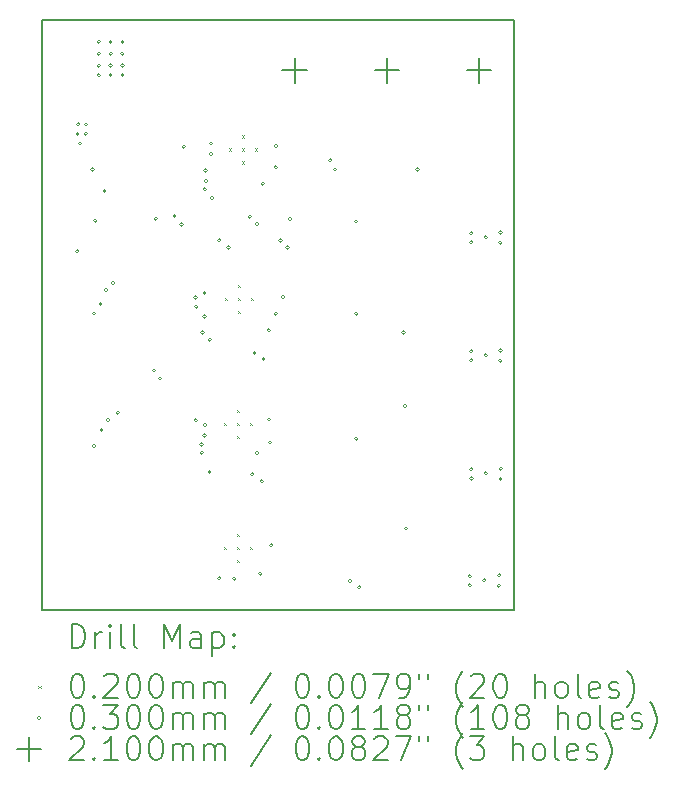
<source format=gbr>
%TF.GenerationSoftware,KiCad,Pcbnew,8.0.6*%
%TF.CreationDate,2024-11-22T22:30:15-05:00*%
%TF.ProjectId,EFUSE2024,45465553-4532-4303-9234-2e6b69636164,rev?*%
%TF.SameCoordinates,Original*%
%TF.FileFunction,Drillmap*%
%TF.FilePolarity,Positive*%
%FSLAX45Y45*%
G04 Gerber Fmt 4.5, Leading zero omitted, Abs format (unit mm)*
G04 Created by KiCad (PCBNEW 8.0.6) date 2024-11-22 22:30:15*
%MOMM*%
%LPD*%
G01*
G04 APERTURE LIST*
%ADD10C,0.200000*%
%ADD11C,0.100000*%
%ADD12C,0.210000*%
G04 APERTURE END LIST*
D10*
X9200000Y-6950000D02*
X13200000Y-6950000D01*
X13200000Y-11950000D01*
X9200000Y-11950000D01*
X9200000Y-6950000D01*
D11*
X10738750Y-10366250D02*
X10758750Y-10386250D01*
X10758750Y-10366250D02*
X10738750Y-10386250D01*
X10738750Y-11415000D02*
X10758750Y-11435000D01*
X10758750Y-11415000D02*
X10738750Y-11435000D01*
X10748750Y-9305000D02*
X10768750Y-9325000D01*
X10768750Y-9305000D02*
X10748750Y-9325000D01*
X10780000Y-8040000D02*
X10800000Y-8060000D01*
X10800000Y-8040000D02*
X10780000Y-8060000D01*
X10848750Y-10256250D02*
X10868750Y-10276250D01*
X10868750Y-10256250D02*
X10848750Y-10276250D01*
X10848750Y-10366250D02*
X10868750Y-10386250D01*
X10868750Y-10366250D02*
X10848750Y-10386250D01*
X10848750Y-10476250D02*
X10868750Y-10496250D01*
X10868750Y-10476250D02*
X10848750Y-10496250D01*
X10848750Y-11305000D02*
X10868750Y-11325000D01*
X10868750Y-11305000D02*
X10848750Y-11325000D01*
X10848750Y-11415000D02*
X10868750Y-11435000D01*
X10868750Y-11415000D02*
X10848750Y-11435000D01*
X10848750Y-11525000D02*
X10868750Y-11545000D01*
X10868750Y-11525000D02*
X10848750Y-11545000D01*
X10858750Y-9195000D02*
X10878750Y-9215000D01*
X10878750Y-9195000D02*
X10858750Y-9215000D01*
X10858750Y-9305000D02*
X10878750Y-9325000D01*
X10878750Y-9305000D02*
X10858750Y-9325000D01*
X10858750Y-9415000D02*
X10878750Y-9435000D01*
X10878750Y-9415000D02*
X10858750Y-9435000D01*
X10890000Y-7930000D02*
X10910000Y-7950000D01*
X10910000Y-7930000D02*
X10890000Y-7950000D01*
X10890000Y-8040000D02*
X10910000Y-8060000D01*
X10910000Y-8040000D02*
X10890000Y-8060000D01*
X10890000Y-8150000D02*
X10910000Y-8170000D01*
X10910000Y-8150000D02*
X10890000Y-8170000D01*
X10958750Y-10366250D02*
X10978750Y-10386250D01*
X10978750Y-10366250D02*
X10958750Y-10386250D01*
X10958750Y-11415000D02*
X10978750Y-11435000D01*
X10978750Y-11415000D02*
X10958750Y-11435000D01*
X10968750Y-9305000D02*
X10988750Y-9325000D01*
X10988750Y-9305000D02*
X10968750Y-9325000D01*
X11000000Y-8040000D02*
X11020000Y-8060000D01*
X11020000Y-8040000D02*
X11000000Y-8060000D01*
X9512500Y-8913484D02*
G75*
G02*
X9482500Y-8913484I-15000J0D01*
G01*
X9482500Y-8913484D02*
G75*
G02*
X9512500Y-8913484I15000J0D01*
G01*
X9515000Y-7920000D02*
G75*
G02*
X9485000Y-7920000I-15000J0D01*
G01*
X9485000Y-7920000D02*
G75*
G02*
X9515000Y-7920000I15000J0D01*
G01*
X9520000Y-7837000D02*
G75*
G02*
X9490000Y-7837000I-15000J0D01*
G01*
X9490000Y-7837000D02*
G75*
G02*
X9520000Y-7837000I15000J0D01*
G01*
X9535000Y-8000000D02*
G75*
G02*
X9505000Y-8000000I-15000J0D01*
G01*
X9505000Y-8000000D02*
G75*
G02*
X9535000Y-8000000I15000J0D01*
G01*
X9585000Y-7917000D02*
G75*
G02*
X9555000Y-7917000I-15000J0D01*
G01*
X9555000Y-7917000D02*
G75*
G02*
X9585000Y-7917000I15000J0D01*
G01*
X9587000Y-7839000D02*
G75*
G02*
X9557000Y-7839000I-15000J0D01*
G01*
X9557000Y-7839000D02*
G75*
G02*
X9587000Y-7839000I15000J0D01*
G01*
X9641750Y-8219750D02*
G75*
G02*
X9611750Y-8219750I-15000J0D01*
G01*
X9611750Y-8219750D02*
G75*
G02*
X9641750Y-8219750I15000J0D01*
G01*
X9655000Y-9440000D02*
G75*
G02*
X9625000Y-9440000I-15000J0D01*
G01*
X9625000Y-9440000D02*
G75*
G02*
X9655000Y-9440000I15000J0D01*
G01*
X9655000Y-10560000D02*
G75*
G02*
X9625000Y-10560000I-15000J0D01*
G01*
X9625000Y-10560000D02*
G75*
G02*
X9655000Y-10560000I15000J0D01*
G01*
X9666000Y-8652900D02*
G75*
G02*
X9636000Y-8652900I-15000J0D01*
G01*
X9636000Y-8652900D02*
G75*
G02*
X9666000Y-8652900I15000J0D01*
G01*
X9695000Y-7140000D02*
G75*
G02*
X9665000Y-7140000I-15000J0D01*
G01*
X9665000Y-7140000D02*
G75*
G02*
X9695000Y-7140000I15000J0D01*
G01*
X9695000Y-7240000D02*
G75*
G02*
X9665000Y-7240000I-15000J0D01*
G01*
X9665000Y-7240000D02*
G75*
G02*
X9695000Y-7240000I15000J0D01*
G01*
X9695000Y-7340000D02*
G75*
G02*
X9665000Y-7340000I-15000J0D01*
G01*
X9665000Y-7340000D02*
G75*
G02*
X9695000Y-7340000I15000J0D01*
G01*
X9695000Y-7420000D02*
G75*
G02*
X9665000Y-7420000I-15000J0D01*
G01*
X9665000Y-7420000D02*
G75*
G02*
X9695000Y-7420000I15000J0D01*
G01*
X9711000Y-9359000D02*
G75*
G02*
X9681000Y-9359000I-15000J0D01*
G01*
X9681000Y-9359000D02*
G75*
G02*
X9711000Y-9359000I15000J0D01*
G01*
X9717500Y-10425817D02*
G75*
G02*
X9687500Y-10425817I-15000J0D01*
G01*
X9687500Y-10425817D02*
G75*
G02*
X9717500Y-10425817I15000J0D01*
G01*
X9743183Y-8402500D02*
G75*
G02*
X9713183Y-8402500I-15000J0D01*
G01*
X9713183Y-8402500D02*
G75*
G02*
X9743183Y-8402500I15000J0D01*
G01*
X9755000Y-9240000D02*
G75*
G02*
X9725000Y-9240000I-15000J0D01*
G01*
X9725000Y-9240000D02*
G75*
G02*
X9755000Y-9240000I15000J0D01*
G01*
X9775000Y-10340000D02*
G75*
G02*
X9745000Y-10340000I-15000J0D01*
G01*
X9745000Y-10340000D02*
G75*
G02*
X9775000Y-10340000I15000J0D01*
G01*
X9795000Y-7140000D02*
G75*
G02*
X9765000Y-7140000I-15000J0D01*
G01*
X9765000Y-7140000D02*
G75*
G02*
X9795000Y-7140000I15000J0D01*
G01*
X9795000Y-7240000D02*
G75*
G02*
X9765000Y-7240000I-15000J0D01*
G01*
X9765000Y-7240000D02*
G75*
G02*
X9795000Y-7240000I15000J0D01*
G01*
X9795000Y-7340000D02*
G75*
G02*
X9765000Y-7340000I-15000J0D01*
G01*
X9765000Y-7340000D02*
G75*
G02*
X9795000Y-7340000I15000J0D01*
G01*
X9795000Y-7420000D02*
G75*
G02*
X9765000Y-7420000I-15000J0D01*
G01*
X9765000Y-7420000D02*
G75*
G02*
X9795000Y-7420000I15000J0D01*
G01*
X9815000Y-9180000D02*
G75*
G02*
X9785000Y-9180000I-15000J0D01*
G01*
X9785000Y-9180000D02*
G75*
G02*
X9815000Y-9180000I15000J0D01*
G01*
X9855000Y-10280000D02*
G75*
G02*
X9825000Y-10280000I-15000J0D01*
G01*
X9825000Y-10280000D02*
G75*
G02*
X9855000Y-10280000I15000J0D01*
G01*
X9895000Y-7140000D02*
G75*
G02*
X9865000Y-7140000I-15000J0D01*
G01*
X9865000Y-7140000D02*
G75*
G02*
X9895000Y-7140000I15000J0D01*
G01*
X9895000Y-7240000D02*
G75*
G02*
X9865000Y-7240000I-15000J0D01*
G01*
X9865000Y-7240000D02*
G75*
G02*
X9895000Y-7240000I15000J0D01*
G01*
X9895000Y-7340000D02*
G75*
G02*
X9865000Y-7340000I-15000J0D01*
G01*
X9865000Y-7340000D02*
G75*
G02*
X9895000Y-7340000I15000J0D01*
G01*
X9895000Y-7420000D02*
G75*
G02*
X9865000Y-7420000I-15000J0D01*
G01*
X9865000Y-7420000D02*
G75*
G02*
X9895000Y-7420000I15000J0D01*
G01*
X10162000Y-9922000D02*
G75*
G02*
X10132000Y-9922000I-15000J0D01*
G01*
X10132000Y-9922000D02*
G75*
G02*
X10162000Y-9922000I15000J0D01*
G01*
X10178000Y-8637000D02*
G75*
G02*
X10148000Y-8637000I-15000J0D01*
G01*
X10148000Y-8637000D02*
G75*
G02*
X10178000Y-8637000I15000J0D01*
G01*
X10214000Y-9991000D02*
G75*
G02*
X10184000Y-9991000I-15000J0D01*
G01*
X10184000Y-9991000D02*
G75*
G02*
X10214000Y-9991000I15000J0D01*
G01*
X10337000Y-8612000D02*
G75*
G02*
X10307000Y-8612000I-15000J0D01*
G01*
X10307000Y-8612000D02*
G75*
G02*
X10337000Y-8612000I15000J0D01*
G01*
X10395000Y-8684000D02*
G75*
G02*
X10365000Y-8684000I-15000J0D01*
G01*
X10365000Y-8684000D02*
G75*
G02*
X10395000Y-8684000I15000J0D01*
G01*
X10415000Y-8027500D02*
G75*
G02*
X10385000Y-8027500I-15000J0D01*
G01*
X10385000Y-8027500D02*
G75*
G02*
X10415000Y-8027500I15000J0D01*
G01*
X10513000Y-9304000D02*
G75*
G02*
X10483000Y-9304000I-15000J0D01*
G01*
X10483000Y-9304000D02*
G75*
G02*
X10513000Y-9304000I15000J0D01*
G01*
X10515000Y-10342500D02*
G75*
G02*
X10485000Y-10342500I-15000J0D01*
G01*
X10485000Y-10342500D02*
G75*
G02*
X10515000Y-10342500I15000J0D01*
G01*
X10521000Y-9382500D02*
G75*
G02*
X10491000Y-9382500I-15000J0D01*
G01*
X10491000Y-9382500D02*
G75*
G02*
X10521000Y-9382500I15000J0D01*
G01*
X10566000Y-10548000D02*
G75*
G02*
X10536000Y-10548000I-15000J0D01*
G01*
X10536000Y-10548000D02*
G75*
G02*
X10566000Y-10548000I15000J0D01*
G01*
X10566456Y-10617999D02*
G75*
G02*
X10536456Y-10617999I-15000J0D01*
G01*
X10536456Y-10617999D02*
G75*
G02*
X10566456Y-10617999I15000J0D01*
G01*
X10575000Y-9600000D02*
G75*
G02*
X10545000Y-9600000I-15000J0D01*
G01*
X10545000Y-9600000D02*
G75*
G02*
X10575000Y-9600000I15000J0D01*
G01*
X10589000Y-10472000D02*
G75*
G02*
X10559000Y-10472000I-15000J0D01*
G01*
X10559000Y-10472000D02*
G75*
G02*
X10589000Y-10472000I15000J0D01*
G01*
X10591000Y-9264000D02*
G75*
G02*
X10561000Y-9264000I-15000J0D01*
G01*
X10561000Y-9264000D02*
G75*
G02*
X10591000Y-9264000I15000J0D01*
G01*
X10591000Y-9464000D02*
G75*
G02*
X10561000Y-9464000I-15000J0D01*
G01*
X10561000Y-9464000D02*
G75*
G02*
X10591000Y-9464000I15000J0D01*
G01*
X10594542Y-8387358D02*
G75*
G02*
X10564542Y-8387358I-15000J0D01*
G01*
X10564542Y-8387358D02*
G75*
G02*
X10594542Y-8387358I15000J0D01*
G01*
X10595000Y-10383000D02*
G75*
G02*
X10565000Y-10383000I-15000J0D01*
G01*
X10565000Y-10383000D02*
G75*
G02*
X10595000Y-10383000I15000J0D01*
G01*
X10599000Y-8227000D02*
G75*
G02*
X10569000Y-8227000I-15000J0D01*
G01*
X10569000Y-8227000D02*
G75*
G02*
X10599000Y-8227000I15000J0D01*
G01*
X10604000Y-8318000D02*
G75*
G02*
X10574000Y-8318000I-15000J0D01*
G01*
X10574000Y-8318000D02*
G75*
G02*
X10604000Y-8318000I15000J0D01*
G01*
X10632500Y-10780000D02*
G75*
G02*
X10602500Y-10780000I-15000J0D01*
G01*
X10602500Y-10780000D02*
G75*
G02*
X10632500Y-10780000I15000J0D01*
G01*
X10635000Y-9660000D02*
G75*
G02*
X10605000Y-9660000I-15000J0D01*
G01*
X10605000Y-9660000D02*
G75*
G02*
X10635000Y-9660000I15000J0D01*
G01*
X10646229Y-8087256D02*
G75*
G02*
X10616229Y-8087256I-15000J0D01*
G01*
X10616229Y-8087256D02*
G75*
G02*
X10646229Y-8087256I15000J0D01*
G01*
X10647000Y-8000000D02*
G75*
G02*
X10617000Y-8000000I-15000J0D01*
G01*
X10617000Y-8000000D02*
G75*
G02*
X10647000Y-8000000I15000J0D01*
G01*
X10655000Y-8460000D02*
G75*
G02*
X10625000Y-8460000I-15000J0D01*
G01*
X10625000Y-8460000D02*
G75*
G02*
X10655000Y-8460000I15000J0D01*
G01*
X10715000Y-8820000D02*
G75*
G02*
X10685000Y-8820000I-15000J0D01*
G01*
X10685000Y-8820000D02*
G75*
G02*
X10715000Y-8820000I15000J0D01*
G01*
X10715000Y-11680000D02*
G75*
G02*
X10685000Y-11680000I-15000J0D01*
G01*
X10685000Y-11680000D02*
G75*
G02*
X10715000Y-11680000I15000J0D01*
G01*
X10795000Y-8880000D02*
G75*
G02*
X10765000Y-8880000I-15000J0D01*
G01*
X10765000Y-8880000D02*
G75*
G02*
X10795000Y-8880000I15000J0D01*
G01*
X10842000Y-11686000D02*
G75*
G02*
X10812000Y-11686000I-15000J0D01*
G01*
X10812000Y-11686000D02*
G75*
G02*
X10842000Y-11686000I15000J0D01*
G01*
X10975000Y-8620000D02*
G75*
G02*
X10945000Y-8620000I-15000J0D01*
G01*
X10945000Y-8620000D02*
G75*
G02*
X10975000Y-8620000I15000J0D01*
G01*
X10995000Y-10800000D02*
G75*
G02*
X10965000Y-10800000I-15000J0D01*
G01*
X10965000Y-10800000D02*
G75*
G02*
X10995000Y-10800000I15000J0D01*
G01*
X11014000Y-9774000D02*
G75*
G02*
X10984000Y-9774000I-15000J0D01*
G01*
X10984000Y-9774000D02*
G75*
G02*
X11014000Y-9774000I15000J0D01*
G01*
X11035000Y-8680000D02*
G75*
G02*
X11005000Y-8680000I-15000J0D01*
G01*
X11005000Y-8680000D02*
G75*
G02*
X11035000Y-8680000I15000J0D01*
G01*
X11035000Y-10620000D02*
G75*
G02*
X11005000Y-10620000I-15000J0D01*
G01*
X11005000Y-10620000D02*
G75*
G02*
X11035000Y-10620000I15000J0D01*
G01*
X11062000Y-11642000D02*
G75*
G02*
X11032000Y-11642000I-15000J0D01*
G01*
X11032000Y-11642000D02*
G75*
G02*
X11062000Y-11642000I15000J0D01*
G01*
X11075000Y-10860000D02*
G75*
G02*
X11045000Y-10860000I-15000J0D01*
G01*
X11045000Y-10860000D02*
G75*
G02*
X11075000Y-10860000I15000J0D01*
G01*
X11082500Y-8340000D02*
G75*
G02*
X11052500Y-8340000I-15000J0D01*
G01*
X11052500Y-8340000D02*
G75*
G02*
X11082500Y-8340000I15000J0D01*
G01*
X11091000Y-9824000D02*
G75*
G02*
X11061000Y-9824000I-15000J0D01*
G01*
X11061000Y-9824000D02*
G75*
G02*
X11091000Y-9824000I15000J0D01*
G01*
X11135000Y-9580000D02*
G75*
G02*
X11105000Y-9580000I-15000J0D01*
G01*
X11105000Y-9580000D02*
G75*
G02*
X11135000Y-9580000I15000J0D01*
G01*
X11136000Y-10337000D02*
G75*
G02*
X11106000Y-10337000I-15000J0D01*
G01*
X11106000Y-10337000D02*
G75*
G02*
X11136000Y-10337000I15000J0D01*
G01*
X11145000Y-10532000D02*
G75*
G02*
X11115000Y-10532000I-15000J0D01*
G01*
X11115000Y-10532000D02*
G75*
G02*
X11145000Y-10532000I15000J0D01*
G01*
X11155000Y-11400000D02*
G75*
G02*
X11125000Y-11400000I-15000J0D01*
G01*
X11125000Y-11400000D02*
G75*
G02*
X11155000Y-11400000I15000J0D01*
G01*
X11195000Y-8020000D02*
G75*
G02*
X11165000Y-8020000I-15000J0D01*
G01*
X11165000Y-8020000D02*
G75*
G02*
X11195000Y-8020000I15000J0D01*
G01*
X11195000Y-8200000D02*
G75*
G02*
X11165000Y-8200000I-15000J0D01*
G01*
X11165000Y-8200000D02*
G75*
G02*
X11195000Y-8200000I15000J0D01*
G01*
X11195000Y-9440000D02*
G75*
G02*
X11165000Y-9440000I-15000J0D01*
G01*
X11165000Y-9440000D02*
G75*
G02*
X11195000Y-9440000I15000J0D01*
G01*
X11235000Y-8820000D02*
G75*
G02*
X11205000Y-8820000I-15000J0D01*
G01*
X11205000Y-8820000D02*
G75*
G02*
X11235000Y-8820000I15000J0D01*
G01*
X11255000Y-9300000D02*
G75*
G02*
X11225000Y-9300000I-15000J0D01*
G01*
X11225000Y-9300000D02*
G75*
G02*
X11255000Y-9300000I15000J0D01*
G01*
X11295000Y-8880000D02*
G75*
G02*
X11265000Y-8880000I-15000J0D01*
G01*
X11265000Y-8880000D02*
G75*
G02*
X11295000Y-8880000I15000J0D01*
G01*
X11315000Y-8640000D02*
G75*
G02*
X11285000Y-8640000I-15000J0D01*
G01*
X11285000Y-8640000D02*
G75*
G02*
X11315000Y-8640000I15000J0D01*
G01*
X11655000Y-8140000D02*
G75*
G02*
X11625000Y-8140000I-15000J0D01*
G01*
X11625000Y-8140000D02*
G75*
G02*
X11655000Y-8140000I15000J0D01*
G01*
X11695000Y-8220000D02*
G75*
G02*
X11665000Y-8220000I-15000J0D01*
G01*
X11665000Y-8220000D02*
G75*
G02*
X11695000Y-8220000I15000J0D01*
G01*
X11822000Y-11703000D02*
G75*
G02*
X11792000Y-11703000I-15000J0D01*
G01*
X11792000Y-11703000D02*
G75*
G02*
X11822000Y-11703000I15000J0D01*
G01*
X11875000Y-8660000D02*
G75*
G02*
X11845000Y-8660000I-15000J0D01*
G01*
X11845000Y-8660000D02*
G75*
G02*
X11875000Y-8660000I15000J0D01*
G01*
X11875000Y-9440000D02*
G75*
G02*
X11845000Y-9440000I-15000J0D01*
G01*
X11845000Y-9440000D02*
G75*
G02*
X11875000Y-9440000I15000J0D01*
G01*
X11875000Y-10499000D02*
G75*
G02*
X11845000Y-10499000I-15000J0D01*
G01*
X11845000Y-10499000D02*
G75*
G02*
X11875000Y-10499000I15000J0D01*
G01*
X11900000Y-11756000D02*
G75*
G02*
X11870000Y-11756000I-15000J0D01*
G01*
X11870000Y-11756000D02*
G75*
G02*
X11900000Y-11756000I15000J0D01*
G01*
X12275000Y-9600000D02*
G75*
G02*
X12245000Y-9600000I-15000J0D01*
G01*
X12245000Y-9600000D02*
G75*
G02*
X12275000Y-9600000I15000J0D01*
G01*
X12288000Y-10223000D02*
G75*
G02*
X12258000Y-10223000I-15000J0D01*
G01*
X12258000Y-10223000D02*
G75*
G02*
X12288000Y-10223000I15000J0D01*
G01*
X12295000Y-11259000D02*
G75*
G02*
X12265000Y-11259000I-15000J0D01*
G01*
X12265000Y-11259000D02*
G75*
G02*
X12295000Y-11259000I15000J0D01*
G01*
X12395000Y-8220000D02*
G75*
G02*
X12365000Y-8220000I-15000J0D01*
G01*
X12365000Y-8220000D02*
G75*
G02*
X12395000Y-8220000I15000J0D01*
G01*
X12836000Y-11662000D02*
G75*
G02*
X12806000Y-11662000I-15000J0D01*
G01*
X12806000Y-11662000D02*
G75*
G02*
X12836000Y-11662000I15000J0D01*
G01*
X12836000Y-11739000D02*
G75*
G02*
X12806000Y-11739000I-15000J0D01*
G01*
X12806000Y-11739000D02*
G75*
G02*
X12836000Y-11739000I15000J0D01*
G01*
X12849000Y-8759000D02*
G75*
G02*
X12819000Y-8759000I-15000J0D01*
G01*
X12819000Y-8759000D02*
G75*
G02*
X12849000Y-8759000I15000J0D01*
G01*
X12849000Y-8836000D02*
G75*
G02*
X12819000Y-8836000I-15000J0D01*
G01*
X12819000Y-8836000D02*
G75*
G02*
X12849000Y-8836000I15000J0D01*
G01*
X12849000Y-9759000D02*
G75*
G02*
X12819000Y-9759000I-15000J0D01*
G01*
X12819000Y-9759000D02*
G75*
G02*
X12849000Y-9759000I15000J0D01*
G01*
X12849000Y-9836000D02*
G75*
G02*
X12819000Y-9836000I-15000J0D01*
G01*
X12819000Y-9836000D02*
G75*
G02*
X12849000Y-9836000I15000J0D01*
G01*
X12849000Y-10759000D02*
G75*
G02*
X12819000Y-10759000I-15000J0D01*
G01*
X12819000Y-10759000D02*
G75*
G02*
X12849000Y-10759000I15000J0D01*
G01*
X12849000Y-10836000D02*
G75*
G02*
X12819000Y-10836000I-15000J0D01*
G01*
X12819000Y-10836000D02*
G75*
G02*
X12849000Y-10836000I15000J0D01*
G01*
X12959000Y-11696000D02*
G75*
G02*
X12929000Y-11696000I-15000J0D01*
G01*
X12929000Y-11696000D02*
G75*
G02*
X12959000Y-11696000I15000J0D01*
G01*
X12972000Y-8793000D02*
G75*
G02*
X12942000Y-8793000I-15000J0D01*
G01*
X12942000Y-8793000D02*
G75*
G02*
X12972000Y-8793000I15000J0D01*
G01*
X12972000Y-9793000D02*
G75*
G02*
X12942000Y-9793000I-15000J0D01*
G01*
X12942000Y-9793000D02*
G75*
G02*
X12972000Y-9793000I15000J0D01*
G01*
X12972000Y-10793000D02*
G75*
G02*
X12942000Y-10793000I-15000J0D01*
G01*
X12942000Y-10793000D02*
G75*
G02*
X12972000Y-10793000I15000J0D01*
G01*
X13082000Y-11743000D02*
G75*
G02*
X13052000Y-11743000I-15000J0D01*
G01*
X13052000Y-11743000D02*
G75*
G02*
X13082000Y-11743000I15000J0D01*
G01*
X13085000Y-11656000D02*
G75*
G02*
X13055000Y-11656000I-15000J0D01*
G01*
X13055000Y-11656000D02*
G75*
G02*
X13085000Y-11656000I15000J0D01*
G01*
X13095000Y-8840000D02*
G75*
G02*
X13065000Y-8840000I-15000J0D01*
G01*
X13065000Y-8840000D02*
G75*
G02*
X13095000Y-8840000I15000J0D01*
G01*
X13095000Y-9840000D02*
G75*
G02*
X13065000Y-9840000I-15000J0D01*
G01*
X13065000Y-9840000D02*
G75*
G02*
X13095000Y-9840000I15000J0D01*
G01*
X13095000Y-10840000D02*
G75*
G02*
X13065000Y-10840000I-15000J0D01*
G01*
X13065000Y-10840000D02*
G75*
G02*
X13095000Y-10840000I15000J0D01*
G01*
X13098000Y-8753000D02*
G75*
G02*
X13068000Y-8753000I-15000J0D01*
G01*
X13068000Y-8753000D02*
G75*
G02*
X13098000Y-8753000I15000J0D01*
G01*
X13098000Y-9753000D02*
G75*
G02*
X13068000Y-9753000I-15000J0D01*
G01*
X13068000Y-9753000D02*
G75*
G02*
X13098000Y-9753000I15000J0D01*
G01*
X13098000Y-10753000D02*
G75*
G02*
X13068000Y-10753000I-15000J0D01*
G01*
X13068000Y-10753000D02*
G75*
G02*
X13098000Y-10753000I15000J0D01*
G01*
D12*
X11340000Y-7275000D02*
X11340000Y-7485000D01*
X11235000Y-7380000D02*
X11445000Y-7380000D01*
X12120000Y-7275000D02*
X12120000Y-7485000D01*
X12015000Y-7380000D02*
X12225000Y-7380000D01*
X12900000Y-7275000D02*
X12900000Y-7485000D01*
X12795000Y-7380000D02*
X13005000Y-7380000D01*
D10*
X9450777Y-12271484D02*
X9450777Y-12071484D01*
X9450777Y-12071484D02*
X9498396Y-12071484D01*
X9498396Y-12071484D02*
X9526967Y-12081008D01*
X9526967Y-12081008D02*
X9546015Y-12100055D01*
X9546015Y-12100055D02*
X9555539Y-12119103D01*
X9555539Y-12119103D02*
X9565063Y-12157198D01*
X9565063Y-12157198D02*
X9565063Y-12185769D01*
X9565063Y-12185769D02*
X9555539Y-12223865D01*
X9555539Y-12223865D02*
X9546015Y-12242912D01*
X9546015Y-12242912D02*
X9526967Y-12261960D01*
X9526967Y-12261960D02*
X9498396Y-12271484D01*
X9498396Y-12271484D02*
X9450777Y-12271484D01*
X9650777Y-12271484D02*
X9650777Y-12138150D01*
X9650777Y-12176246D02*
X9660301Y-12157198D01*
X9660301Y-12157198D02*
X9669824Y-12147674D01*
X9669824Y-12147674D02*
X9688872Y-12138150D01*
X9688872Y-12138150D02*
X9707920Y-12138150D01*
X9774586Y-12271484D02*
X9774586Y-12138150D01*
X9774586Y-12071484D02*
X9765063Y-12081008D01*
X9765063Y-12081008D02*
X9774586Y-12090531D01*
X9774586Y-12090531D02*
X9784110Y-12081008D01*
X9784110Y-12081008D02*
X9774586Y-12071484D01*
X9774586Y-12071484D02*
X9774586Y-12090531D01*
X9898396Y-12271484D02*
X9879348Y-12261960D01*
X9879348Y-12261960D02*
X9869824Y-12242912D01*
X9869824Y-12242912D02*
X9869824Y-12071484D01*
X10003158Y-12271484D02*
X9984110Y-12261960D01*
X9984110Y-12261960D02*
X9974586Y-12242912D01*
X9974586Y-12242912D02*
X9974586Y-12071484D01*
X10231729Y-12271484D02*
X10231729Y-12071484D01*
X10231729Y-12071484D02*
X10298396Y-12214341D01*
X10298396Y-12214341D02*
X10365063Y-12071484D01*
X10365063Y-12071484D02*
X10365063Y-12271484D01*
X10546015Y-12271484D02*
X10546015Y-12166722D01*
X10546015Y-12166722D02*
X10536491Y-12147674D01*
X10536491Y-12147674D02*
X10517444Y-12138150D01*
X10517444Y-12138150D02*
X10479348Y-12138150D01*
X10479348Y-12138150D02*
X10460301Y-12147674D01*
X10546015Y-12261960D02*
X10526967Y-12271484D01*
X10526967Y-12271484D02*
X10479348Y-12271484D01*
X10479348Y-12271484D02*
X10460301Y-12261960D01*
X10460301Y-12261960D02*
X10450777Y-12242912D01*
X10450777Y-12242912D02*
X10450777Y-12223865D01*
X10450777Y-12223865D02*
X10460301Y-12204817D01*
X10460301Y-12204817D02*
X10479348Y-12195293D01*
X10479348Y-12195293D02*
X10526967Y-12195293D01*
X10526967Y-12195293D02*
X10546015Y-12185769D01*
X10641253Y-12138150D02*
X10641253Y-12338150D01*
X10641253Y-12147674D02*
X10660301Y-12138150D01*
X10660301Y-12138150D02*
X10698396Y-12138150D01*
X10698396Y-12138150D02*
X10717444Y-12147674D01*
X10717444Y-12147674D02*
X10726967Y-12157198D01*
X10726967Y-12157198D02*
X10736491Y-12176246D01*
X10736491Y-12176246D02*
X10736491Y-12233388D01*
X10736491Y-12233388D02*
X10726967Y-12252436D01*
X10726967Y-12252436D02*
X10717444Y-12261960D01*
X10717444Y-12261960D02*
X10698396Y-12271484D01*
X10698396Y-12271484D02*
X10660301Y-12271484D01*
X10660301Y-12271484D02*
X10641253Y-12261960D01*
X10822205Y-12252436D02*
X10831729Y-12261960D01*
X10831729Y-12261960D02*
X10822205Y-12271484D01*
X10822205Y-12271484D02*
X10812682Y-12261960D01*
X10812682Y-12261960D02*
X10822205Y-12252436D01*
X10822205Y-12252436D02*
X10822205Y-12271484D01*
X10822205Y-12147674D02*
X10831729Y-12157198D01*
X10831729Y-12157198D02*
X10822205Y-12166722D01*
X10822205Y-12166722D02*
X10812682Y-12157198D01*
X10812682Y-12157198D02*
X10822205Y-12147674D01*
X10822205Y-12147674D02*
X10822205Y-12166722D01*
D11*
X9170000Y-12590000D02*
X9190000Y-12610000D01*
X9190000Y-12590000D02*
X9170000Y-12610000D01*
D10*
X9488872Y-12491484D02*
X9507920Y-12491484D01*
X9507920Y-12491484D02*
X9526967Y-12501008D01*
X9526967Y-12501008D02*
X9536491Y-12510531D01*
X9536491Y-12510531D02*
X9546015Y-12529579D01*
X9546015Y-12529579D02*
X9555539Y-12567674D01*
X9555539Y-12567674D02*
X9555539Y-12615293D01*
X9555539Y-12615293D02*
X9546015Y-12653388D01*
X9546015Y-12653388D02*
X9536491Y-12672436D01*
X9536491Y-12672436D02*
X9526967Y-12681960D01*
X9526967Y-12681960D02*
X9507920Y-12691484D01*
X9507920Y-12691484D02*
X9488872Y-12691484D01*
X9488872Y-12691484D02*
X9469824Y-12681960D01*
X9469824Y-12681960D02*
X9460301Y-12672436D01*
X9460301Y-12672436D02*
X9450777Y-12653388D01*
X9450777Y-12653388D02*
X9441253Y-12615293D01*
X9441253Y-12615293D02*
X9441253Y-12567674D01*
X9441253Y-12567674D02*
X9450777Y-12529579D01*
X9450777Y-12529579D02*
X9460301Y-12510531D01*
X9460301Y-12510531D02*
X9469824Y-12501008D01*
X9469824Y-12501008D02*
X9488872Y-12491484D01*
X9641253Y-12672436D02*
X9650777Y-12681960D01*
X9650777Y-12681960D02*
X9641253Y-12691484D01*
X9641253Y-12691484D02*
X9631729Y-12681960D01*
X9631729Y-12681960D02*
X9641253Y-12672436D01*
X9641253Y-12672436D02*
X9641253Y-12691484D01*
X9726967Y-12510531D02*
X9736491Y-12501008D01*
X9736491Y-12501008D02*
X9755539Y-12491484D01*
X9755539Y-12491484D02*
X9803158Y-12491484D01*
X9803158Y-12491484D02*
X9822205Y-12501008D01*
X9822205Y-12501008D02*
X9831729Y-12510531D01*
X9831729Y-12510531D02*
X9841253Y-12529579D01*
X9841253Y-12529579D02*
X9841253Y-12548627D01*
X9841253Y-12548627D02*
X9831729Y-12577198D01*
X9831729Y-12577198D02*
X9717444Y-12691484D01*
X9717444Y-12691484D02*
X9841253Y-12691484D01*
X9965063Y-12491484D02*
X9984110Y-12491484D01*
X9984110Y-12491484D02*
X10003158Y-12501008D01*
X10003158Y-12501008D02*
X10012682Y-12510531D01*
X10012682Y-12510531D02*
X10022205Y-12529579D01*
X10022205Y-12529579D02*
X10031729Y-12567674D01*
X10031729Y-12567674D02*
X10031729Y-12615293D01*
X10031729Y-12615293D02*
X10022205Y-12653388D01*
X10022205Y-12653388D02*
X10012682Y-12672436D01*
X10012682Y-12672436D02*
X10003158Y-12681960D01*
X10003158Y-12681960D02*
X9984110Y-12691484D01*
X9984110Y-12691484D02*
X9965063Y-12691484D01*
X9965063Y-12691484D02*
X9946015Y-12681960D01*
X9946015Y-12681960D02*
X9936491Y-12672436D01*
X9936491Y-12672436D02*
X9926967Y-12653388D01*
X9926967Y-12653388D02*
X9917444Y-12615293D01*
X9917444Y-12615293D02*
X9917444Y-12567674D01*
X9917444Y-12567674D02*
X9926967Y-12529579D01*
X9926967Y-12529579D02*
X9936491Y-12510531D01*
X9936491Y-12510531D02*
X9946015Y-12501008D01*
X9946015Y-12501008D02*
X9965063Y-12491484D01*
X10155539Y-12491484D02*
X10174586Y-12491484D01*
X10174586Y-12491484D02*
X10193634Y-12501008D01*
X10193634Y-12501008D02*
X10203158Y-12510531D01*
X10203158Y-12510531D02*
X10212682Y-12529579D01*
X10212682Y-12529579D02*
X10222205Y-12567674D01*
X10222205Y-12567674D02*
X10222205Y-12615293D01*
X10222205Y-12615293D02*
X10212682Y-12653388D01*
X10212682Y-12653388D02*
X10203158Y-12672436D01*
X10203158Y-12672436D02*
X10193634Y-12681960D01*
X10193634Y-12681960D02*
X10174586Y-12691484D01*
X10174586Y-12691484D02*
X10155539Y-12691484D01*
X10155539Y-12691484D02*
X10136491Y-12681960D01*
X10136491Y-12681960D02*
X10126967Y-12672436D01*
X10126967Y-12672436D02*
X10117444Y-12653388D01*
X10117444Y-12653388D02*
X10107920Y-12615293D01*
X10107920Y-12615293D02*
X10107920Y-12567674D01*
X10107920Y-12567674D02*
X10117444Y-12529579D01*
X10117444Y-12529579D02*
X10126967Y-12510531D01*
X10126967Y-12510531D02*
X10136491Y-12501008D01*
X10136491Y-12501008D02*
X10155539Y-12491484D01*
X10307920Y-12691484D02*
X10307920Y-12558150D01*
X10307920Y-12577198D02*
X10317444Y-12567674D01*
X10317444Y-12567674D02*
X10336491Y-12558150D01*
X10336491Y-12558150D02*
X10365063Y-12558150D01*
X10365063Y-12558150D02*
X10384110Y-12567674D01*
X10384110Y-12567674D02*
X10393634Y-12586722D01*
X10393634Y-12586722D02*
X10393634Y-12691484D01*
X10393634Y-12586722D02*
X10403158Y-12567674D01*
X10403158Y-12567674D02*
X10422205Y-12558150D01*
X10422205Y-12558150D02*
X10450777Y-12558150D01*
X10450777Y-12558150D02*
X10469825Y-12567674D01*
X10469825Y-12567674D02*
X10479348Y-12586722D01*
X10479348Y-12586722D02*
X10479348Y-12691484D01*
X10574586Y-12691484D02*
X10574586Y-12558150D01*
X10574586Y-12577198D02*
X10584110Y-12567674D01*
X10584110Y-12567674D02*
X10603158Y-12558150D01*
X10603158Y-12558150D02*
X10631729Y-12558150D01*
X10631729Y-12558150D02*
X10650777Y-12567674D01*
X10650777Y-12567674D02*
X10660301Y-12586722D01*
X10660301Y-12586722D02*
X10660301Y-12691484D01*
X10660301Y-12586722D02*
X10669825Y-12567674D01*
X10669825Y-12567674D02*
X10688872Y-12558150D01*
X10688872Y-12558150D02*
X10717444Y-12558150D01*
X10717444Y-12558150D02*
X10736491Y-12567674D01*
X10736491Y-12567674D02*
X10746015Y-12586722D01*
X10746015Y-12586722D02*
X10746015Y-12691484D01*
X11136491Y-12481960D02*
X10965063Y-12739103D01*
X11393634Y-12491484D02*
X11412682Y-12491484D01*
X11412682Y-12491484D02*
X11431729Y-12501008D01*
X11431729Y-12501008D02*
X11441253Y-12510531D01*
X11441253Y-12510531D02*
X11450777Y-12529579D01*
X11450777Y-12529579D02*
X11460301Y-12567674D01*
X11460301Y-12567674D02*
X11460301Y-12615293D01*
X11460301Y-12615293D02*
X11450777Y-12653388D01*
X11450777Y-12653388D02*
X11441253Y-12672436D01*
X11441253Y-12672436D02*
X11431729Y-12681960D01*
X11431729Y-12681960D02*
X11412682Y-12691484D01*
X11412682Y-12691484D02*
X11393634Y-12691484D01*
X11393634Y-12691484D02*
X11374586Y-12681960D01*
X11374586Y-12681960D02*
X11365063Y-12672436D01*
X11365063Y-12672436D02*
X11355539Y-12653388D01*
X11355539Y-12653388D02*
X11346015Y-12615293D01*
X11346015Y-12615293D02*
X11346015Y-12567674D01*
X11346015Y-12567674D02*
X11355539Y-12529579D01*
X11355539Y-12529579D02*
X11365063Y-12510531D01*
X11365063Y-12510531D02*
X11374586Y-12501008D01*
X11374586Y-12501008D02*
X11393634Y-12491484D01*
X11546015Y-12672436D02*
X11555539Y-12681960D01*
X11555539Y-12681960D02*
X11546015Y-12691484D01*
X11546015Y-12691484D02*
X11536491Y-12681960D01*
X11536491Y-12681960D02*
X11546015Y-12672436D01*
X11546015Y-12672436D02*
X11546015Y-12691484D01*
X11679348Y-12491484D02*
X11698396Y-12491484D01*
X11698396Y-12491484D02*
X11717444Y-12501008D01*
X11717444Y-12501008D02*
X11726967Y-12510531D01*
X11726967Y-12510531D02*
X11736491Y-12529579D01*
X11736491Y-12529579D02*
X11746015Y-12567674D01*
X11746015Y-12567674D02*
X11746015Y-12615293D01*
X11746015Y-12615293D02*
X11736491Y-12653388D01*
X11736491Y-12653388D02*
X11726967Y-12672436D01*
X11726967Y-12672436D02*
X11717444Y-12681960D01*
X11717444Y-12681960D02*
X11698396Y-12691484D01*
X11698396Y-12691484D02*
X11679348Y-12691484D01*
X11679348Y-12691484D02*
X11660301Y-12681960D01*
X11660301Y-12681960D02*
X11650777Y-12672436D01*
X11650777Y-12672436D02*
X11641253Y-12653388D01*
X11641253Y-12653388D02*
X11631729Y-12615293D01*
X11631729Y-12615293D02*
X11631729Y-12567674D01*
X11631729Y-12567674D02*
X11641253Y-12529579D01*
X11641253Y-12529579D02*
X11650777Y-12510531D01*
X11650777Y-12510531D02*
X11660301Y-12501008D01*
X11660301Y-12501008D02*
X11679348Y-12491484D01*
X11869825Y-12491484D02*
X11888872Y-12491484D01*
X11888872Y-12491484D02*
X11907920Y-12501008D01*
X11907920Y-12501008D02*
X11917444Y-12510531D01*
X11917444Y-12510531D02*
X11926967Y-12529579D01*
X11926967Y-12529579D02*
X11936491Y-12567674D01*
X11936491Y-12567674D02*
X11936491Y-12615293D01*
X11936491Y-12615293D02*
X11926967Y-12653388D01*
X11926967Y-12653388D02*
X11917444Y-12672436D01*
X11917444Y-12672436D02*
X11907920Y-12681960D01*
X11907920Y-12681960D02*
X11888872Y-12691484D01*
X11888872Y-12691484D02*
X11869825Y-12691484D01*
X11869825Y-12691484D02*
X11850777Y-12681960D01*
X11850777Y-12681960D02*
X11841253Y-12672436D01*
X11841253Y-12672436D02*
X11831729Y-12653388D01*
X11831729Y-12653388D02*
X11822206Y-12615293D01*
X11822206Y-12615293D02*
X11822206Y-12567674D01*
X11822206Y-12567674D02*
X11831729Y-12529579D01*
X11831729Y-12529579D02*
X11841253Y-12510531D01*
X11841253Y-12510531D02*
X11850777Y-12501008D01*
X11850777Y-12501008D02*
X11869825Y-12491484D01*
X12003158Y-12491484D02*
X12136491Y-12491484D01*
X12136491Y-12491484D02*
X12050777Y-12691484D01*
X12222206Y-12691484D02*
X12260301Y-12691484D01*
X12260301Y-12691484D02*
X12279348Y-12681960D01*
X12279348Y-12681960D02*
X12288872Y-12672436D01*
X12288872Y-12672436D02*
X12307920Y-12643865D01*
X12307920Y-12643865D02*
X12317444Y-12605769D01*
X12317444Y-12605769D02*
X12317444Y-12529579D01*
X12317444Y-12529579D02*
X12307920Y-12510531D01*
X12307920Y-12510531D02*
X12298396Y-12501008D01*
X12298396Y-12501008D02*
X12279348Y-12491484D01*
X12279348Y-12491484D02*
X12241253Y-12491484D01*
X12241253Y-12491484D02*
X12222206Y-12501008D01*
X12222206Y-12501008D02*
X12212682Y-12510531D01*
X12212682Y-12510531D02*
X12203158Y-12529579D01*
X12203158Y-12529579D02*
X12203158Y-12577198D01*
X12203158Y-12577198D02*
X12212682Y-12596246D01*
X12212682Y-12596246D02*
X12222206Y-12605769D01*
X12222206Y-12605769D02*
X12241253Y-12615293D01*
X12241253Y-12615293D02*
X12279348Y-12615293D01*
X12279348Y-12615293D02*
X12298396Y-12605769D01*
X12298396Y-12605769D02*
X12307920Y-12596246D01*
X12307920Y-12596246D02*
X12317444Y-12577198D01*
X12393634Y-12491484D02*
X12393634Y-12529579D01*
X12469825Y-12491484D02*
X12469825Y-12529579D01*
X12765063Y-12767674D02*
X12755539Y-12758150D01*
X12755539Y-12758150D02*
X12736491Y-12729579D01*
X12736491Y-12729579D02*
X12726968Y-12710531D01*
X12726968Y-12710531D02*
X12717444Y-12681960D01*
X12717444Y-12681960D02*
X12707920Y-12634341D01*
X12707920Y-12634341D02*
X12707920Y-12596246D01*
X12707920Y-12596246D02*
X12717444Y-12548627D01*
X12717444Y-12548627D02*
X12726968Y-12520055D01*
X12726968Y-12520055D02*
X12736491Y-12501008D01*
X12736491Y-12501008D02*
X12755539Y-12472436D01*
X12755539Y-12472436D02*
X12765063Y-12462912D01*
X12831729Y-12510531D02*
X12841253Y-12501008D01*
X12841253Y-12501008D02*
X12860301Y-12491484D01*
X12860301Y-12491484D02*
X12907920Y-12491484D01*
X12907920Y-12491484D02*
X12926968Y-12501008D01*
X12926968Y-12501008D02*
X12936491Y-12510531D01*
X12936491Y-12510531D02*
X12946015Y-12529579D01*
X12946015Y-12529579D02*
X12946015Y-12548627D01*
X12946015Y-12548627D02*
X12936491Y-12577198D01*
X12936491Y-12577198D02*
X12822206Y-12691484D01*
X12822206Y-12691484D02*
X12946015Y-12691484D01*
X13069825Y-12491484D02*
X13088872Y-12491484D01*
X13088872Y-12491484D02*
X13107920Y-12501008D01*
X13107920Y-12501008D02*
X13117444Y-12510531D01*
X13117444Y-12510531D02*
X13126968Y-12529579D01*
X13126968Y-12529579D02*
X13136491Y-12567674D01*
X13136491Y-12567674D02*
X13136491Y-12615293D01*
X13136491Y-12615293D02*
X13126968Y-12653388D01*
X13126968Y-12653388D02*
X13117444Y-12672436D01*
X13117444Y-12672436D02*
X13107920Y-12681960D01*
X13107920Y-12681960D02*
X13088872Y-12691484D01*
X13088872Y-12691484D02*
X13069825Y-12691484D01*
X13069825Y-12691484D02*
X13050777Y-12681960D01*
X13050777Y-12681960D02*
X13041253Y-12672436D01*
X13041253Y-12672436D02*
X13031729Y-12653388D01*
X13031729Y-12653388D02*
X13022206Y-12615293D01*
X13022206Y-12615293D02*
X13022206Y-12567674D01*
X13022206Y-12567674D02*
X13031729Y-12529579D01*
X13031729Y-12529579D02*
X13041253Y-12510531D01*
X13041253Y-12510531D02*
X13050777Y-12501008D01*
X13050777Y-12501008D02*
X13069825Y-12491484D01*
X13374587Y-12691484D02*
X13374587Y-12491484D01*
X13460301Y-12691484D02*
X13460301Y-12586722D01*
X13460301Y-12586722D02*
X13450777Y-12567674D01*
X13450777Y-12567674D02*
X13431730Y-12558150D01*
X13431730Y-12558150D02*
X13403158Y-12558150D01*
X13403158Y-12558150D02*
X13384110Y-12567674D01*
X13384110Y-12567674D02*
X13374587Y-12577198D01*
X13584110Y-12691484D02*
X13565063Y-12681960D01*
X13565063Y-12681960D02*
X13555539Y-12672436D01*
X13555539Y-12672436D02*
X13546015Y-12653388D01*
X13546015Y-12653388D02*
X13546015Y-12596246D01*
X13546015Y-12596246D02*
X13555539Y-12577198D01*
X13555539Y-12577198D02*
X13565063Y-12567674D01*
X13565063Y-12567674D02*
X13584110Y-12558150D01*
X13584110Y-12558150D02*
X13612682Y-12558150D01*
X13612682Y-12558150D02*
X13631730Y-12567674D01*
X13631730Y-12567674D02*
X13641253Y-12577198D01*
X13641253Y-12577198D02*
X13650777Y-12596246D01*
X13650777Y-12596246D02*
X13650777Y-12653388D01*
X13650777Y-12653388D02*
X13641253Y-12672436D01*
X13641253Y-12672436D02*
X13631730Y-12681960D01*
X13631730Y-12681960D02*
X13612682Y-12691484D01*
X13612682Y-12691484D02*
X13584110Y-12691484D01*
X13765063Y-12691484D02*
X13746015Y-12681960D01*
X13746015Y-12681960D02*
X13736491Y-12662912D01*
X13736491Y-12662912D02*
X13736491Y-12491484D01*
X13917444Y-12681960D02*
X13898396Y-12691484D01*
X13898396Y-12691484D02*
X13860301Y-12691484D01*
X13860301Y-12691484D02*
X13841253Y-12681960D01*
X13841253Y-12681960D02*
X13831730Y-12662912D01*
X13831730Y-12662912D02*
X13831730Y-12586722D01*
X13831730Y-12586722D02*
X13841253Y-12567674D01*
X13841253Y-12567674D02*
X13860301Y-12558150D01*
X13860301Y-12558150D02*
X13898396Y-12558150D01*
X13898396Y-12558150D02*
X13917444Y-12567674D01*
X13917444Y-12567674D02*
X13926968Y-12586722D01*
X13926968Y-12586722D02*
X13926968Y-12605769D01*
X13926968Y-12605769D02*
X13831730Y-12624817D01*
X14003158Y-12681960D02*
X14022206Y-12691484D01*
X14022206Y-12691484D02*
X14060301Y-12691484D01*
X14060301Y-12691484D02*
X14079349Y-12681960D01*
X14079349Y-12681960D02*
X14088872Y-12662912D01*
X14088872Y-12662912D02*
X14088872Y-12653388D01*
X14088872Y-12653388D02*
X14079349Y-12634341D01*
X14079349Y-12634341D02*
X14060301Y-12624817D01*
X14060301Y-12624817D02*
X14031730Y-12624817D01*
X14031730Y-12624817D02*
X14012682Y-12615293D01*
X14012682Y-12615293D02*
X14003158Y-12596246D01*
X14003158Y-12596246D02*
X14003158Y-12586722D01*
X14003158Y-12586722D02*
X14012682Y-12567674D01*
X14012682Y-12567674D02*
X14031730Y-12558150D01*
X14031730Y-12558150D02*
X14060301Y-12558150D01*
X14060301Y-12558150D02*
X14079349Y-12567674D01*
X14155539Y-12767674D02*
X14165063Y-12758150D01*
X14165063Y-12758150D02*
X14184111Y-12729579D01*
X14184111Y-12729579D02*
X14193634Y-12710531D01*
X14193634Y-12710531D02*
X14203158Y-12681960D01*
X14203158Y-12681960D02*
X14212682Y-12634341D01*
X14212682Y-12634341D02*
X14212682Y-12596246D01*
X14212682Y-12596246D02*
X14203158Y-12548627D01*
X14203158Y-12548627D02*
X14193634Y-12520055D01*
X14193634Y-12520055D02*
X14184111Y-12501008D01*
X14184111Y-12501008D02*
X14165063Y-12472436D01*
X14165063Y-12472436D02*
X14155539Y-12462912D01*
D11*
X9190000Y-12864000D02*
G75*
G02*
X9160000Y-12864000I-15000J0D01*
G01*
X9160000Y-12864000D02*
G75*
G02*
X9190000Y-12864000I15000J0D01*
G01*
D10*
X9488872Y-12755484D02*
X9507920Y-12755484D01*
X9507920Y-12755484D02*
X9526967Y-12765008D01*
X9526967Y-12765008D02*
X9536491Y-12774531D01*
X9536491Y-12774531D02*
X9546015Y-12793579D01*
X9546015Y-12793579D02*
X9555539Y-12831674D01*
X9555539Y-12831674D02*
X9555539Y-12879293D01*
X9555539Y-12879293D02*
X9546015Y-12917388D01*
X9546015Y-12917388D02*
X9536491Y-12936436D01*
X9536491Y-12936436D02*
X9526967Y-12945960D01*
X9526967Y-12945960D02*
X9507920Y-12955484D01*
X9507920Y-12955484D02*
X9488872Y-12955484D01*
X9488872Y-12955484D02*
X9469824Y-12945960D01*
X9469824Y-12945960D02*
X9460301Y-12936436D01*
X9460301Y-12936436D02*
X9450777Y-12917388D01*
X9450777Y-12917388D02*
X9441253Y-12879293D01*
X9441253Y-12879293D02*
X9441253Y-12831674D01*
X9441253Y-12831674D02*
X9450777Y-12793579D01*
X9450777Y-12793579D02*
X9460301Y-12774531D01*
X9460301Y-12774531D02*
X9469824Y-12765008D01*
X9469824Y-12765008D02*
X9488872Y-12755484D01*
X9641253Y-12936436D02*
X9650777Y-12945960D01*
X9650777Y-12945960D02*
X9641253Y-12955484D01*
X9641253Y-12955484D02*
X9631729Y-12945960D01*
X9631729Y-12945960D02*
X9641253Y-12936436D01*
X9641253Y-12936436D02*
X9641253Y-12955484D01*
X9717444Y-12755484D02*
X9841253Y-12755484D01*
X9841253Y-12755484D02*
X9774586Y-12831674D01*
X9774586Y-12831674D02*
X9803158Y-12831674D01*
X9803158Y-12831674D02*
X9822205Y-12841198D01*
X9822205Y-12841198D02*
X9831729Y-12850722D01*
X9831729Y-12850722D02*
X9841253Y-12869769D01*
X9841253Y-12869769D02*
X9841253Y-12917388D01*
X9841253Y-12917388D02*
X9831729Y-12936436D01*
X9831729Y-12936436D02*
X9822205Y-12945960D01*
X9822205Y-12945960D02*
X9803158Y-12955484D01*
X9803158Y-12955484D02*
X9746015Y-12955484D01*
X9746015Y-12955484D02*
X9726967Y-12945960D01*
X9726967Y-12945960D02*
X9717444Y-12936436D01*
X9965063Y-12755484D02*
X9984110Y-12755484D01*
X9984110Y-12755484D02*
X10003158Y-12765008D01*
X10003158Y-12765008D02*
X10012682Y-12774531D01*
X10012682Y-12774531D02*
X10022205Y-12793579D01*
X10022205Y-12793579D02*
X10031729Y-12831674D01*
X10031729Y-12831674D02*
X10031729Y-12879293D01*
X10031729Y-12879293D02*
X10022205Y-12917388D01*
X10022205Y-12917388D02*
X10012682Y-12936436D01*
X10012682Y-12936436D02*
X10003158Y-12945960D01*
X10003158Y-12945960D02*
X9984110Y-12955484D01*
X9984110Y-12955484D02*
X9965063Y-12955484D01*
X9965063Y-12955484D02*
X9946015Y-12945960D01*
X9946015Y-12945960D02*
X9936491Y-12936436D01*
X9936491Y-12936436D02*
X9926967Y-12917388D01*
X9926967Y-12917388D02*
X9917444Y-12879293D01*
X9917444Y-12879293D02*
X9917444Y-12831674D01*
X9917444Y-12831674D02*
X9926967Y-12793579D01*
X9926967Y-12793579D02*
X9936491Y-12774531D01*
X9936491Y-12774531D02*
X9946015Y-12765008D01*
X9946015Y-12765008D02*
X9965063Y-12755484D01*
X10155539Y-12755484D02*
X10174586Y-12755484D01*
X10174586Y-12755484D02*
X10193634Y-12765008D01*
X10193634Y-12765008D02*
X10203158Y-12774531D01*
X10203158Y-12774531D02*
X10212682Y-12793579D01*
X10212682Y-12793579D02*
X10222205Y-12831674D01*
X10222205Y-12831674D02*
X10222205Y-12879293D01*
X10222205Y-12879293D02*
X10212682Y-12917388D01*
X10212682Y-12917388D02*
X10203158Y-12936436D01*
X10203158Y-12936436D02*
X10193634Y-12945960D01*
X10193634Y-12945960D02*
X10174586Y-12955484D01*
X10174586Y-12955484D02*
X10155539Y-12955484D01*
X10155539Y-12955484D02*
X10136491Y-12945960D01*
X10136491Y-12945960D02*
X10126967Y-12936436D01*
X10126967Y-12936436D02*
X10117444Y-12917388D01*
X10117444Y-12917388D02*
X10107920Y-12879293D01*
X10107920Y-12879293D02*
X10107920Y-12831674D01*
X10107920Y-12831674D02*
X10117444Y-12793579D01*
X10117444Y-12793579D02*
X10126967Y-12774531D01*
X10126967Y-12774531D02*
X10136491Y-12765008D01*
X10136491Y-12765008D02*
X10155539Y-12755484D01*
X10307920Y-12955484D02*
X10307920Y-12822150D01*
X10307920Y-12841198D02*
X10317444Y-12831674D01*
X10317444Y-12831674D02*
X10336491Y-12822150D01*
X10336491Y-12822150D02*
X10365063Y-12822150D01*
X10365063Y-12822150D02*
X10384110Y-12831674D01*
X10384110Y-12831674D02*
X10393634Y-12850722D01*
X10393634Y-12850722D02*
X10393634Y-12955484D01*
X10393634Y-12850722D02*
X10403158Y-12831674D01*
X10403158Y-12831674D02*
X10422205Y-12822150D01*
X10422205Y-12822150D02*
X10450777Y-12822150D01*
X10450777Y-12822150D02*
X10469825Y-12831674D01*
X10469825Y-12831674D02*
X10479348Y-12850722D01*
X10479348Y-12850722D02*
X10479348Y-12955484D01*
X10574586Y-12955484D02*
X10574586Y-12822150D01*
X10574586Y-12841198D02*
X10584110Y-12831674D01*
X10584110Y-12831674D02*
X10603158Y-12822150D01*
X10603158Y-12822150D02*
X10631729Y-12822150D01*
X10631729Y-12822150D02*
X10650777Y-12831674D01*
X10650777Y-12831674D02*
X10660301Y-12850722D01*
X10660301Y-12850722D02*
X10660301Y-12955484D01*
X10660301Y-12850722D02*
X10669825Y-12831674D01*
X10669825Y-12831674D02*
X10688872Y-12822150D01*
X10688872Y-12822150D02*
X10717444Y-12822150D01*
X10717444Y-12822150D02*
X10736491Y-12831674D01*
X10736491Y-12831674D02*
X10746015Y-12850722D01*
X10746015Y-12850722D02*
X10746015Y-12955484D01*
X11136491Y-12745960D02*
X10965063Y-13003103D01*
X11393634Y-12755484D02*
X11412682Y-12755484D01*
X11412682Y-12755484D02*
X11431729Y-12765008D01*
X11431729Y-12765008D02*
X11441253Y-12774531D01*
X11441253Y-12774531D02*
X11450777Y-12793579D01*
X11450777Y-12793579D02*
X11460301Y-12831674D01*
X11460301Y-12831674D02*
X11460301Y-12879293D01*
X11460301Y-12879293D02*
X11450777Y-12917388D01*
X11450777Y-12917388D02*
X11441253Y-12936436D01*
X11441253Y-12936436D02*
X11431729Y-12945960D01*
X11431729Y-12945960D02*
X11412682Y-12955484D01*
X11412682Y-12955484D02*
X11393634Y-12955484D01*
X11393634Y-12955484D02*
X11374586Y-12945960D01*
X11374586Y-12945960D02*
X11365063Y-12936436D01*
X11365063Y-12936436D02*
X11355539Y-12917388D01*
X11355539Y-12917388D02*
X11346015Y-12879293D01*
X11346015Y-12879293D02*
X11346015Y-12831674D01*
X11346015Y-12831674D02*
X11355539Y-12793579D01*
X11355539Y-12793579D02*
X11365063Y-12774531D01*
X11365063Y-12774531D02*
X11374586Y-12765008D01*
X11374586Y-12765008D02*
X11393634Y-12755484D01*
X11546015Y-12936436D02*
X11555539Y-12945960D01*
X11555539Y-12945960D02*
X11546015Y-12955484D01*
X11546015Y-12955484D02*
X11536491Y-12945960D01*
X11536491Y-12945960D02*
X11546015Y-12936436D01*
X11546015Y-12936436D02*
X11546015Y-12955484D01*
X11679348Y-12755484D02*
X11698396Y-12755484D01*
X11698396Y-12755484D02*
X11717444Y-12765008D01*
X11717444Y-12765008D02*
X11726967Y-12774531D01*
X11726967Y-12774531D02*
X11736491Y-12793579D01*
X11736491Y-12793579D02*
X11746015Y-12831674D01*
X11746015Y-12831674D02*
X11746015Y-12879293D01*
X11746015Y-12879293D02*
X11736491Y-12917388D01*
X11736491Y-12917388D02*
X11726967Y-12936436D01*
X11726967Y-12936436D02*
X11717444Y-12945960D01*
X11717444Y-12945960D02*
X11698396Y-12955484D01*
X11698396Y-12955484D02*
X11679348Y-12955484D01*
X11679348Y-12955484D02*
X11660301Y-12945960D01*
X11660301Y-12945960D02*
X11650777Y-12936436D01*
X11650777Y-12936436D02*
X11641253Y-12917388D01*
X11641253Y-12917388D02*
X11631729Y-12879293D01*
X11631729Y-12879293D02*
X11631729Y-12831674D01*
X11631729Y-12831674D02*
X11641253Y-12793579D01*
X11641253Y-12793579D02*
X11650777Y-12774531D01*
X11650777Y-12774531D02*
X11660301Y-12765008D01*
X11660301Y-12765008D02*
X11679348Y-12755484D01*
X11936491Y-12955484D02*
X11822206Y-12955484D01*
X11879348Y-12955484D02*
X11879348Y-12755484D01*
X11879348Y-12755484D02*
X11860301Y-12784055D01*
X11860301Y-12784055D02*
X11841253Y-12803103D01*
X11841253Y-12803103D02*
X11822206Y-12812627D01*
X12126967Y-12955484D02*
X12012682Y-12955484D01*
X12069825Y-12955484D02*
X12069825Y-12755484D01*
X12069825Y-12755484D02*
X12050777Y-12784055D01*
X12050777Y-12784055D02*
X12031729Y-12803103D01*
X12031729Y-12803103D02*
X12012682Y-12812627D01*
X12241253Y-12841198D02*
X12222206Y-12831674D01*
X12222206Y-12831674D02*
X12212682Y-12822150D01*
X12212682Y-12822150D02*
X12203158Y-12803103D01*
X12203158Y-12803103D02*
X12203158Y-12793579D01*
X12203158Y-12793579D02*
X12212682Y-12774531D01*
X12212682Y-12774531D02*
X12222206Y-12765008D01*
X12222206Y-12765008D02*
X12241253Y-12755484D01*
X12241253Y-12755484D02*
X12279348Y-12755484D01*
X12279348Y-12755484D02*
X12298396Y-12765008D01*
X12298396Y-12765008D02*
X12307920Y-12774531D01*
X12307920Y-12774531D02*
X12317444Y-12793579D01*
X12317444Y-12793579D02*
X12317444Y-12803103D01*
X12317444Y-12803103D02*
X12307920Y-12822150D01*
X12307920Y-12822150D02*
X12298396Y-12831674D01*
X12298396Y-12831674D02*
X12279348Y-12841198D01*
X12279348Y-12841198D02*
X12241253Y-12841198D01*
X12241253Y-12841198D02*
X12222206Y-12850722D01*
X12222206Y-12850722D02*
X12212682Y-12860246D01*
X12212682Y-12860246D02*
X12203158Y-12879293D01*
X12203158Y-12879293D02*
X12203158Y-12917388D01*
X12203158Y-12917388D02*
X12212682Y-12936436D01*
X12212682Y-12936436D02*
X12222206Y-12945960D01*
X12222206Y-12945960D02*
X12241253Y-12955484D01*
X12241253Y-12955484D02*
X12279348Y-12955484D01*
X12279348Y-12955484D02*
X12298396Y-12945960D01*
X12298396Y-12945960D02*
X12307920Y-12936436D01*
X12307920Y-12936436D02*
X12317444Y-12917388D01*
X12317444Y-12917388D02*
X12317444Y-12879293D01*
X12317444Y-12879293D02*
X12307920Y-12860246D01*
X12307920Y-12860246D02*
X12298396Y-12850722D01*
X12298396Y-12850722D02*
X12279348Y-12841198D01*
X12393634Y-12755484D02*
X12393634Y-12793579D01*
X12469825Y-12755484D02*
X12469825Y-12793579D01*
X12765063Y-13031674D02*
X12755539Y-13022150D01*
X12755539Y-13022150D02*
X12736491Y-12993579D01*
X12736491Y-12993579D02*
X12726968Y-12974531D01*
X12726968Y-12974531D02*
X12717444Y-12945960D01*
X12717444Y-12945960D02*
X12707920Y-12898341D01*
X12707920Y-12898341D02*
X12707920Y-12860246D01*
X12707920Y-12860246D02*
X12717444Y-12812627D01*
X12717444Y-12812627D02*
X12726968Y-12784055D01*
X12726968Y-12784055D02*
X12736491Y-12765008D01*
X12736491Y-12765008D02*
X12755539Y-12736436D01*
X12755539Y-12736436D02*
X12765063Y-12726912D01*
X12946015Y-12955484D02*
X12831729Y-12955484D01*
X12888872Y-12955484D02*
X12888872Y-12755484D01*
X12888872Y-12755484D02*
X12869825Y-12784055D01*
X12869825Y-12784055D02*
X12850777Y-12803103D01*
X12850777Y-12803103D02*
X12831729Y-12812627D01*
X13069825Y-12755484D02*
X13088872Y-12755484D01*
X13088872Y-12755484D02*
X13107920Y-12765008D01*
X13107920Y-12765008D02*
X13117444Y-12774531D01*
X13117444Y-12774531D02*
X13126968Y-12793579D01*
X13126968Y-12793579D02*
X13136491Y-12831674D01*
X13136491Y-12831674D02*
X13136491Y-12879293D01*
X13136491Y-12879293D02*
X13126968Y-12917388D01*
X13126968Y-12917388D02*
X13117444Y-12936436D01*
X13117444Y-12936436D02*
X13107920Y-12945960D01*
X13107920Y-12945960D02*
X13088872Y-12955484D01*
X13088872Y-12955484D02*
X13069825Y-12955484D01*
X13069825Y-12955484D02*
X13050777Y-12945960D01*
X13050777Y-12945960D02*
X13041253Y-12936436D01*
X13041253Y-12936436D02*
X13031729Y-12917388D01*
X13031729Y-12917388D02*
X13022206Y-12879293D01*
X13022206Y-12879293D02*
X13022206Y-12831674D01*
X13022206Y-12831674D02*
X13031729Y-12793579D01*
X13031729Y-12793579D02*
X13041253Y-12774531D01*
X13041253Y-12774531D02*
X13050777Y-12765008D01*
X13050777Y-12765008D02*
X13069825Y-12755484D01*
X13250777Y-12841198D02*
X13231729Y-12831674D01*
X13231729Y-12831674D02*
X13222206Y-12822150D01*
X13222206Y-12822150D02*
X13212682Y-12803103D01*
X13212682Y-12803103D02*
X13212682Y-12793579D01*
X13212682Y-12793579D02*
X13222206Y-12774531D01*
X13222206Y-12774531D02*
X13231729Y-12765008D01*
X13231729Y-12765008D02*
X13250777Y-12755484D01*
X13250777Y-12755484D02*
X13288872Y-12755484D01*
X13288872Y-12755484D02*
X13307920Y-12765008D01*
X13307920Y-12765008D02*
X13317444Y-12774531D01*
X13317444Y-12774531D02*
X13326968Y-12793579D01*
X13326968Y-12793579D02*
X13326968Y-12803103D01*
X13326968Y-12803103D02*
X13317444Y-12822150D01*
X13317444Y-12822150D02*
X13307920Y-12831674D01*
X13307920Y-12831674D02*
X13288872Y-12841198D01*
X13288872Y-12841198D02*
X13250777Y-12841198D01*
X13250777Y-12841198D02*
X13231729Y-12850722D01*
X13231729Y-12850722D02*
X13222206Y-12860246D01*
X13222206Y-12860246D02*
X13212682Y-12879293D01*
X13212682Y-12879293D02*
X13212682Y-12917388D01*
X13212682Y-12917388D02*
X13222206Y-12936436D01*
X13222206Y-12936436D02*
X13231729Y-12945960D01*
X13231729Y-12945960D02*
X13250777Y-12955484D01*
X13250777Y-12955484D02*
X13288872Y-12955484D01*
X13288872Y-12955484D02*
X13307920Y-12945960D01*
X13307920Y-12945960D02*
X13317444Y-12936436D01*
X13317444Y-12936436D02*
X13326968Y-12917388D01*
X13326968Y-12917388D02*
X13326968Y-12879293D01*
X13326968Y-12879293D02*
X13317444Y-12860246D01*
X13317444Y-12860246D02*
X13307920Y-12850722D01*
X13307920Y-12850722D02*
X13288872Y-12841198D01*
X13565063Y-12955484D02*
X13565063Y-12755484D01*
X13650777Y-12955484D02*
X13650777Y-12850722D01*
X13650777Y-12850722D02*
X13641253Y-12831674D01*
X13641253Y-12831674D02*
X13622206Y-12822150D01*
X13622206Y-12822150D02*
X13593634Y-12822150D01*
X13593634Y-12822150D02*
X13574587Y-12831674D01*
X13574587Y-12831674D02*
X13565063Y-12841198D01*
X13774587Y-12955484D02*
X13755539Y-12945960D01*
X13755539Y-12945960D02*
X13746015Y-12936436D01*
X13746015Y-12936436D02*
X13736491Y-12917388D01*
X13736491Y-12917388D02*
X13736491Y-12860246D01*
X13736491Y-12860246D02*
X13746015Y-12841198D01*
X13746015Y-12841198D02*
X13755539Y-12831674D01*
X13755539Y-12831674D02*
X13774587Y-12822150D01*
X13774587Y-12822150D02*
X13803158Y-12822150D01*
X13803158Y-12822150D02*
X13822206Y-12831674D01*
X13822206Y-12831674D02*
X13831730Y-12841198D01*
X13831730Y-12841198D02*
X13841253Y-12860246D01*
X13841253Y-12860246D02*
X13841253Y-12917388D01*
X13841253Y-12917388D02*
X13831730Y-12936436D01*
X13831730Y-12936436D02*
X13822206Y-12945960D01*
X13822206Y-12945960D02*
X13803158Y-12955484D01*
X13803158Y-12955484D02*
X13774587Y-12955484D01*
X13955539Y-12955484D02*
X13936491Y-12945960D01*
X13936491Y-12945960D02*
X13926968Y-12926912D01*
X13926968Y-12926912D02*
X13926968Y-12755484D01*
X14107920Y-12945960D02*
X14088872Y-12955484D01*
X14088872Y-12955484D02*
X14050777Y-12955484D01*
X14050777Y-12955484D02*
X14031730Y-12945960D01*
X14031730Y-12945960D02*
X14022206Y-12926912D01*
X14022206Y-12926912D02*
X14022206Y-12850722D01*
X14022206Y-12850722D02*
X14031730Y-12831674D01*
X14031730Y-12831674D02*
X14050777Y-12822150D01*
X14050777Y-12822150D02*
X14088872Y-12822150D01*
X14088872Y-12822150D02*
X14107920Y-12831674D01*
X14107920Y-12831674D02*
X14117444Y-12850722D01*
X14117444Y-12850722D02*
X14117444Y-12869769D01*
X14117444Y-12869769D02*
X14022206Y-12888817D01*
X14193634Y-12945960D02*
X14212682Y-12955484D01*
X14212682Y-12955484D02*
X14250777Y-12955484D01*
X14250777Y-12955484D02*
X14269825Y-12945960D01*
X14269825Y-12945960D02*
X14279349Y-12926912D01*
X14279349Y-12926912D02*
X14279349Y-12917388D01*
X14279349Y-12917388D02*
X14269825Y-12898341D01*
X14269825Y-12898341D02*
X14250777Y-12888817D01*
X14250777Y-12888817D02*
X14222206Y-12888817D01*
X14222206Y-12888817D02*
X14203158Y-12879293D01*
X14203158Y-12879293D02*
X14193634Y-12860246D01*
X14193634Y-12860246D02*
X14193634Y-12850722D01*
X14193634Y-12850722D02*
X14203158Y-12831674D01*
X14203158Y-12831674D02*
X14222206Y-12822150D01*
X14222206Y-12822150D02*
X14250777Y-12822150D01*
X14250777Y-12822150D02*
X14269825Y-12831674D01*
X14346015Y-13031674D02*
X14355539Y-13022150D01*
X14355539Y-13022150D02*
X14374587Y-12993579D01*
X14374587Y-12993579D02*
X14384111Y-12974531D01*
X14384111Y-12974531D02*
X14393634Y-12945960D01*
X14393634Y-12945960D02*
X14403158Y-12898341D01*
X14403158Y-12898341D02*
X14403158Y-12860246D01*
X14403158Y-12860246D02*
X14393634Y-12812627D01*
X14393634Y-12812627D02*
X14384111Y-12784055D01*
X14384111Y-12784055D02*
X14374587Y-12765008D01*
X14374587Y-12765008D02*
X14355539Y-12736436D01*
X14355539Y-12736436D02*
X14346015Y-12726912D01*
X9090000Y-13028000D02*
X9090000Y-13228000D01*
X8990000Y-13128000D02*
X9190000Y-13128000D01*
X9441253Y-13038531D02*
X9450777Y-13029008D01*
X9450777Y-13029008D02*
X9469824Y-13019484D01*
X9469824Y-13019484D02*
X9517444Y-13019484D01*
X9517444Y-13019484D02*
X9536491Y-13029008D01*
X9536491Y-13029008D02*
X9546015Y-13038531D01*
X9546015Y-13038531D02*
X9555539Y-13057579D01*
X9555539Y-13057579D02*
X9555539Y-13076627D01*
X9555539Y-13076627D02*
X9546015Y-13105198D01*
X9546015Y-13105198D02*
X9431729Y-13219484D01*
X9431729Y-13219484D02*
X9555539Y-13219484D01*
X9641253Y-13200436D02*
X9650777Y-13209960D01*
X9650777Y-13209960D02*
X9641253Y-13219484D01*
X9641253Y-13219484D02*
X9631729Y-13209960D01*
X9631729Y-13209960D02*
X9641253Y-13200436D01*
X9641253Y-13200436D02*
X9641253Y-13219484D01*
X9841253Y-13219484D02*
X9726967Y-13219484D01*
X9784110Y-13219484D02*
X9784110Y-13019484D01*
X9784110Y-13019484D02*
X9765063Y-13048055D01*
X9765063Y-13048055D02*
X9746015Y-13067103D01*
X9746015Y-13067103D02*
X9726967Y-13076627D01*
X9965063Y-13019484D02*
X9984110Y-13019484D01*
X9984110Y-13019484D02*
X10003158Y-13029008D01*
X10003158Y-13029008D02*
X10012682Y-13038531D01*
X10012682Y-13038531D02*
X10022205Y-13057579D01*
X10022205Y-13057579D02*
X10031729Y-13095674D01*
X10031729Y-13095674D02*
X10031729Y-13143293D01*
X10031729Y-13143293D02*
X10022205Y-13181388D01*
X10022205Y-13181388D02*
X10012682Y-13200436D01*
X10012682Y-13200436D02*
X10003158Y-13209960D01*
X10003158Y-13209960D02*
X9984110Y-13219484D01*
X9984110Y-13219484D02*
X9965063Y-13219484D01*
X9965063Y-13219484D02*
X9946015Y-13209960D01*
X9946015Y-13209960D02*
X9936491Y-13200436D01*
X9936491Y-13200436D02*
X9926967Y-13181388D01*
X9926967Y-13181388D02*
X9917444Y-13143293D01*
X9917444Y-13143293D02*
X9917444Y-13095674D01*
X9917444Y-13095674D02*
X9926967Y-13057579D01*
X9926967Y-13057579D02*
X9936491Y-13038531D01*
X9936491Y-13038531D02*
X9946015Y-13029008D01*
X9946015Y-13029008D02*
X9965063Y-13019484D01*
X10155539Y-13019484D02*
X10174586Y-13019484D01*
X10174586Y-13019484D02*
X10193634Y-13029008D01*
X10193634Y-13029008D02*
X10203158Y-13038531D01*
X10203158Y-13038531D02*
X10212682Y-13057579D01*
X10212682Y-13057579D02*
X10222205Y-13095674D01*
X10222205Y-13095674D02*
X10222205Y-13143293D01*
X10222205Y-13143293D02*
X10212682Y-13181388D01*
X10212682Y-13181388D02*
X10203158Y-13200436D01*
X10203158Y-13200436D02*
X10193634Y-13209960D01*
X10193634Y-13209960D02*
X10174586Y-13219484D01*
X10174586Y-13219484D02*
X10155539Y-13219484D01*
X10155539Y-13219484D02*
X10136491Y-13209960D01*
X10136491Y-13209960D02*
X10126967Y-13200436D01*
X10126967Y-13200436D02*
X10117444Y-13181388D01*
X10117444Y-13181388D02*
X10107920Y-13143293D01*
X10107920Y-13143293D02*
X10107920Y-13095674D01*
X10107920Y-13095674D02*
X10117444Y-13057579D01*
X10117444Y-13057579D02*
X10126967Y-13038531D01*
X10126967Y-13038531D02*
X10136491Y-13029008D01*
X10136491Y-13029008D02*
X10155539Y-13019484D01*
X10307920Y-13219484D02*
X10307920Y-13086150D01*
X10307920Y-13105198D02*
X10317444Y-13095674D01*
X10317444Y-13095674D02*
X10336491Y-13086150D01*
X10336491Y-13086150D02*
X10365063Y-13086150D01*
X10365063Y-13086150D02*
X10384110Y-13095674D01*
X10384110Y-13095674D02*
X10393634Y-13114722D01*
X10393634Y-13114722D02*
X10393634Y-13219484D01*
X10393634Y-13114722D02*
X10403158Y-13095674D01*
X10403158Y-13095674D02*
X10422205Y-13086150D01*
X10422205Y-13086150D02*
X10450777Y-13086150D01*
X10450777Y-13086150D02*
X10469825Y-13095674D01*
X10469825Y-13095674D02*
X10479348Y-13114722D01*
X10479348Y-13114722D02*
X10479348Y-13219484D01*
X10574586Y-13219484D02*
X10574586Y-13086150D01*
X10574586Y-13105198D02*
X10584110Y-13095674D01*
X10584110Y-13095674D02*
X10603158Y-13086150D01*
X10603158Y-13086150D02*
X10631729Y-13086150D01*
X10631729Y-13086150D02*
X10650777Y-13095674D01*
X10650777Y-13095674D02*
X10660301Y-13114722D01*
X10660301Y-13114722D02*
X10660301Y-13219484D01*
X10660301Y-13114722D02*
X10669825Y-13095674D01*
X10669825Y-13095674D02*
X10688872Y-13086150D01*
X10688872Y-13086150D02*
X10717444Y-13086150D01*
X10717444Y-13086150D02*
X10736491Y-13095674D01*
X10736491Y-13095674D02*
X10746015Y-13114722D01*
X10746015Y-13114722D02*
X10746015Y-13219484D01*
X11136491Y-13009960D02*
X10965063Y-13267103D01*
X11393634Y-13019484D02*
X11412682Y-13019484D01*
X11412682Y-13019484D02*
X11431729Y-13029008D01*
X11431729Y-13029008D02*
X11441253Y-13038531D01*
X11441253Y-13038531D02*
X11450777Y-13057579D01*
X11450777Y-13057579D02*
X11460301Y-13095674D01*
X11460301Y-13095674D02*
X11460301Y-13143293D01*
X11460301Y-13143293D02*
X11450777Y-13181388D01*
X11450777Y-13181388D02*
X11441253Y-13200436D01*
X11441253Y-13200436D02*
X11431729Y-13209960D01*
X11431729Y-13209960D02*
X11412682Y-13219484D01*
X11412682Y-13219484D02*
X11393634Y-13219484D01*
X11393634Y-13219484D02*
X11374586Y-13209960D01*
X11374586Y-13209960D02*
X11365063Y-13200436D01*
X11365063Y-13200436D02*
X11355539Y-13181388D01*
X11355539Y-13181388D02*
X11346015Y-13143293D01*
X11346015Y-13143293D02*
X11346015Y-13095674D01*
X11346015Y-13095674D02*
X11355539Y-13057579D01*
X11355539Y-13057579D02*
X11365063Y-13038531D01*
X11365063Y-13038531D02*
X11374586Y-13029008D01*
X11374586Y-13029008D02*
X11393634Y-13019484D01*
X11546015Y-13200436D02*
X11555539Y-13209960D01*
X11555539Y-13209960D02*
X11546015Y-13219484D01*
X11546015Y-13219484D02*
X11536491Y-13209960D01*
X11536491Y-13209960D02*
X11546015Y-13200436D01*
X11546015Y-13200436D02*
X11546015Y-13219484D01*
X11679348Y-13019484D02*
X11698396Y-13019484D01*
X11698396Y-13019484D02*
X11717444Y-13029008D01*
X11717444Y-13029008D02*
X11726967Y-13038531D01*
X11726967Y-13038531D02*
X11736491Y-13057579D01*
X11736491Y-13057579D02*
X11746015Y-13095674D01*
X11746015Y-13095674D02*
X11746015Y-13143293D01*
X11746015Y-13143293D02*
X11736491Y-13181388D01*
X11736491Y-13181388D02*
X11726967Y-13200436D01*
X11726967Y-13200436D02*
X11717444Y-13209960D01*
X11717444Y-13209960D02*
X11698396Y-13219484D01*
X11698396Y-13219484D02*
X11679348Y-13219484D01*
X11679348Y-13219484D02*
X11660301Y-13209960D01*
X11660301Y-13209960D02*
X11650777Y-13200436D01*
X11650777Y-13200436D02*
X11641253Y-13181388D01*
X11641253Y-13181388D02*
X11631729Y-13143293D01*
X11631729Y-13143293D02*
X11631729Y-13095674D01*
X11631729Y-13095674D02*
X11641253Y-13057579D01*
X11641253Y-13057579D02*
X11650777Y-13038531D01*
X11650777Y-13038531D02*
X11660301Y-13029008D01*
X11660301Y-13029008D02*
X11679348Y-13019484D01*
X11860301Y-13105198D02*
X11841253Y-13095674D01*
X11841253Y-13095674D02*
X11831729Y-13086150D01*
X11831729Y-13086150D02*
X11822206Y-13067103D01*
X11822206Y-13067103D02*
X11822206Y-13057579D01*
X11822206Y-13057579D02*
X11831729Y-13038531D01*
X11831729Y-13038531D02*
X11841253Y-13029008D01*
X11841253Y-13029008D02*
X11860301Y-13019484D01*
X11860301Y-13019484D02*
X11898396Y-13019484D01*
X11898396Y-13019484D02*
X11917444Y-13029008D01*
X11917444Y-13029008D02*
X11926967Y-13038531D01*
X11926967Y-13038531D02*
X11936491Y-13057579D01*
X11936491Y-13057579D02*
X11936491Y-13067103D01*
X11936491Y-13067103D02*
X11926967Y-13086150D01*
X11926967Y-13086150D02*
X11917444Y-13095674D01*
X11917444Y-13095674D02*
X11898396Y-13105198D01*
X11898396Y-13105198D02*
X11860301Y-13105198D01*
X11860301Y-13105198D02*
X11841253Y-13114722D01*
X11841253Y-13114722D02*
X11831729Y-13124246D01*
X11831729Y-13124246D02*
X11822206Y-13143293D01*
X11822206Y-13143293D02*
X11822206Y-13181388D01*
X11822206Y-13181388D02*
X11831729Y-13200436D01*
X11831729Y-13200436D02*
X11841253Y-13209960D01*
X11841253Y-13209960D02*
X11860301Y-13219484D01*
X11860301Y-13219484D02*
X11898396Y-13219484D01*
X11898396Y-13219484D02*
X11917444Y-13209960D01*
X11917444Y-13209960D02*
X11926967Y-13200436D01*
X11926967Y-13200436D02*
X11936491Y-13181388D01*
X11936491Y-13181388D02*
X11936491Y-13143293D01*
X11936491Y-13143293D02*
X11926967Y-13124246D01*
X11926967Y-13124246D02*
X11917444Y-13114722D01*
X11917444Y-13114722D02*
X11898396Y-13105198D01*
X12012682Y-13038531D02*
X12022206Y-13029008D01*
X12022206Y-13029008D02*
X12041253Y-13019484D01*
X12041253Y-13019484D02*
X12088872Y-13019484D01*
X12088872Y-13019484D02*
X12107920Y-13029008D01*
X12107920Y-13029008D02*
X12117444Y-13038531D01*
X12117444Y-13038531D02*
X12126967Y-13057579D01*
X12126967Y-13057579D02*
X12126967Y-13076627D01*
X12126967Y-13076627D02*
X12117444Y-13105198D01*
X12117444Y-13105198D02*
X12003158Y-13219484D01*
X12003158Y-13219484D02*
X12126967Y-13219484D01*
X12193634Y-13019484D02*
X12326967Y-13019484D01*
X12326967Y-13019484D02*
X12241253Y-13219484D01*
X12393634Y-13019484D02*
X12393634Y-13057579D01*
X12469825Y-13019484D02*
X12469825Y-13057579D01*
X12765063Y-13295674D02*
X12755539Y-13286150D01*
X12755539Y-13286150D02*
X12736491Y-13257579D01*
X12736491Y-13257579D02*
X12726968Y-13238531D01*
X12726968Y-13238531D02*
X12717444Y-13209960D01*
X12717444Y-13209960D02*
X12707920Y-13162341D01*
X12707920Y-13162341D02*
X12707920Y-13124246D01*
X12707920Y-13124246D02*
X12717444Y-13076627D01*
X12717444Y-13076627D02*
X12726968Y-13048055D01*
X12726968Y-13048055D02*
X12736491Y-13029008D01*
X12736491Y-13029008D02*
X12755539Y-13000436D01*
X12755539Y-13000436D02*
X12765063Y-12990912D01*
X12822206Y-13019484D02*
X12946015Y-13019484D01*
X12946015Y-13019484D02*
X12879348Y-13095674D01*
X12879348Y-13095674D02*
X12907920Y-13095674D01*
X12907920Y-13095674D02*
X12926968Y-13105198D01*
X12926968Y-13105198D02*
X12936491Y-13114722D01*
X12936491Y-13114722D02*
X12946015Y-13133769D01*
X12946015Y-13133769D02*
X12946015Y-13181388D01*
X12946015Y-13181388D02*
X12936491Y-13200436D01*
X12936491Y-13200436D02*
X12926968Y-13209960D01*
X12926968Y-13209960D02*
X12907920Y-13219484D01*
X12907920Y-13219484D02*
X12850777Y-13219484D01*
X12850777Y-13219484D02*
X12831729Y-13209960D01*
X12831729Y-13209960D02*
X12822206Y-13200436D01*
X13184110Y-13219484D02*
X13184110Y-13019484D01*
X13269825Y-13219484D02*
X13269825Y-13114722D01*
X13269825Y-13114722D02*
X13260301Y-13095674D01*
X13260301Y-13095674D02*
X13241253Y-13086150D01*
X13241253Y-13086150D02*
X13212682Y-13086150D01*
X13212682Y-13086150D02*
X13193634Y-13095674D01*
X13193634Y-13095674D02*
X13184110Y-13105198D01*
X13393634Y-13219484D02*
X13374587Y-13209960D01*
X13374587Y-13209960D02*
X13365063Y-13200436D01*
X13365063Y-13200436D02*
X13355539Y-13181388D01*
X13355539Y-13181388D02*
X13355539Y-13124246D01*
X13355539Y-13124246D02*
X13365063Y-13105198D01*
X13365063Y-13105198D02*
X13374587Y-13095674D01*
X13374587Y-13095674D02*
X13393634Y-13086150D01*
X13393634Y-13086150D02*
X13422206Y-13086150D01*
X13422206Y-13086150D02*
X13441253Y-13095674D01*
X13441253Y-13095674D02*
X13450777Y-13105198D01*
X13450777Y-13105198D02*
X13460301Y-13124246D01*
X13460301Y-13124246D02*
X13460301Y-13181388D01*
X13460301Y-13181388D02*
X13450777Y-13200436D01*
X13450777Y-13200436D02*
X13441253Y-13209960D01*
X13441253Y-13209960D02*
X13422206Y-13219484D01*
X13422206Y-13219484D02*
X13393634Y-13219484D01*
X13574587Y-13219484D02*
X13555539Y-13209960D01*
X13555539Y-13209960D02*
X13546015Y-13190912D01*
X13546015Y-13190912D02*
X13546015Y-13019484D01*
X13726968Y-13209960D02*
X13707920Y-13219484D01*
X13707920Y-13219484D02*
X13669825Y-13219484D01*
X13669825Y-13219484D02*
X13650777Y-13209960D01*
X13650777Y-13209960D02*
X13641253Y-13190912D01*
X13641253Y-13190912D02*
X13641253Y-13114722D01*
X13641253Y-13114722D02*
X13650777Y-13095674D01*
X13650777Y-13095674D02*
X13669825Y-13086150D01*
X13669825Y-13086150D02*
X13707920Y-13086150D01*
X13707920Y-13086150D02*
X13726968Y-13095674D01*
X13726968Y-13095674D02*
X13736491Y-13114722D01*
X13736491Y-13114722D02*
X13736491Y-13133769D01*
X13736491Y-13133769D02*
X13641253Y-13152817D01*
X13812682Y-13209960D02*
X13831730Y-13219484D01*
X13831730Y-13219484D02*
X13869825Y-13219484D01*
X13869825Y-13219484D02*
X13888872Y-13209960D01*
X13888872Y-13209960D02*
X13898396Y-13190912D01*
X13898396Y-13190912D02*
X13898396Y-13181388D01*
X13898396Y-13181388D02*
X13888872Y-13162341D01*
X13888872Y-13162341D02*
X13869825Y-13152817D01*
X13869825Y-13152817D02*
X13841253Y-13152817D01*
X13841253Y-13152817D02*
X13822206Y-13143293D01*
X13822206Y-13143293D02*
X13812682Y-13124246D01*
X13812682Y-13124246D02*
X13812682Y-13114722D01*
X13812682Y-13114722D02*
X13822206Y-13095674D01*
X13822206Y-13095674D02*
X13841253Y-13086150D01*
X13841253Y-13086150D02*
X13869825Y-13086150D01*
X13869825Y-13086150D02*
X13888872Y-13095674D01*
X13965063Y-13295674D02*
X13974587Y-13286150D01*
X13974587Y-13286150D02*
X13993634Y-13257579D01*
X13993634Y-13257579D02*
X14003158Y-13238531D01*
X14003158Y-13238531D02*
X14012682Y-13209960D01*
X14012682Y-13209960D02*
X14022206Y-13162341D01*
X14022206Y-13162341D02*
X14022206Y-13124246D01*
X14022206Y-13124246D02*
X14012682Y-13076627D01*
X14012682Y-13076627D02*
X14003158Y-13048055D01*
X14003158Y-13048055D02*
X13993634Y-13029008D01*
X13993634Y-13029008D02*
X13974587Y-13000436D01*
X13974587Y-13000436D02*
X13965063Y-12990912D01*
M02*

</source>
